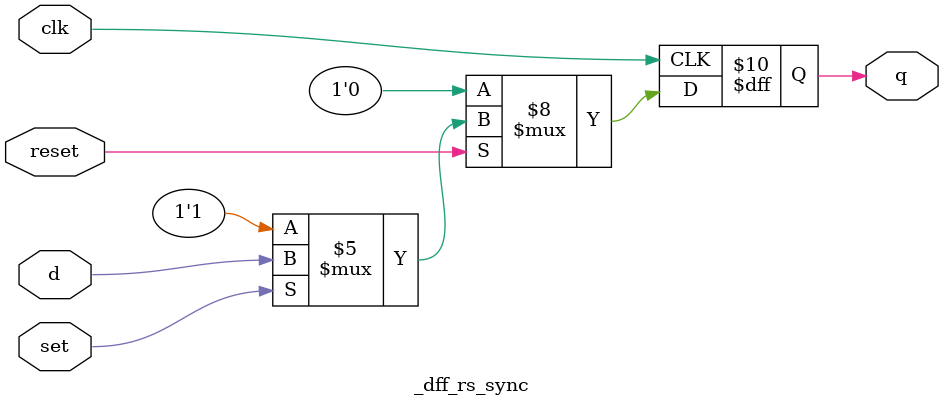
<source format=v>
module _dff_rs_sync(clk,set,reset,d,q);
	input clk,set,reset,d;
	output q;
	reg q;
	
	always@(posedge clk)//set and reset are dependent of clk
	begin
		if(reset == 0) q<=1'b0;
		else if(set == 0) q<=1'b1;
		else q<=d;
		end
endmodule

</source>
